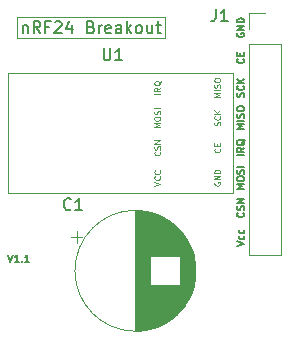
<source format=gto>
%TF.GenerationSoftware,KiCad,Pcbnew,(5.1.9)-1*%
%TF.CreationDate,2021-10-24T01:50:07-04:00*%
%TF.ProjectId,nRF24_Breakout,6e524632-345f-4427-9265-616b6f75742e,1.0*%
%TF.SameCoordinates,Original*%
%TF.FileFunction,Legend,Top*%
%TF.FilePolarity,Positive*%
%FSLAX46Y46*%
G04 Gerber Fmt 4.6, Leading zero omitted, Abs format (unit mm)*
G04 Created by KiCad (PCBNEW (5.1.9)-1) date 2021-10-24 01:50:07*
%MOMM*%
%LPD*%
G01*
G04 APERTURE LIST*
%ADD10C,0.120000*%
%ADD11C,0.150000*%
%ADD12C,0.125000*%
G04 APERTURE END LIST*
D10*
X130924300Y-90271600D02*
X130924300Y-88519000D01*
X143459200Y-90271600D02*
X130924300Y-90271600D01*
X143459200Y-88519000D02*
X143459200Y-90271600D01*
X130911600Y-88519000D02*
X143459200Y-88519000D01*
D11*
X131398095Y-89193714D02*
X131398095Y-89860380D01*
X131398095Y-89288952D02*
X131445714Y-89241333D01*
X131540952Y-89193714D01*
X131683809Y-89193714D01*
X131779047Y-89241333D01*
X131826666Y-89336571D01*
X131826666Y-89860380D01*
X132874285Y-89860380D02*
X132540952Y-89384190D01*
X132302857Y-89860380D02*
X132302857Y-88860380D01*
X132683809Y-88860380D01*
X132779047Y-88908000D01*
X132826666Y-88955619D01*
X132874285Y-89050857D01*
X132874285Y-89193714D01*
X132826666Y-89288952D01*
X132779047Y-89336571D01*
X132683809Y-89384190D01*
X132302857Y-89384190D01*
X133636190Y-89336571D02*
X133302857Y-89336571D01*
X133302857Y-89860380D02*
X133302857Y-88860380D01*
X133779047Y-88860380D01*
X134112380Y-88955619D02*
X134160000Y-88908000D01*
X134255238Y-88860380D01*
X134493333Y-88860380D01*
X134588571Y-88908000D01*
X134636190Y-88955619D01*
X134683809Y-89050857D01*
X134683809Y-89146095D01*
X134636190Y-89288952D01*
X134064761Y-89860380D01*
X134683809Y-89860380D01*
X135540952Y-89193714D02*
X135540952Y-89860380D01*
X135302857Y-88812761D02*
X135064761Y-89527047D01*
X135683809Y-89527047D01*
X137160000Y-89336571D02*
X137302857Y-89384190D01*
X137350476Y-89431809D01*
X137398095Y-89527047D01*
X137398095Y-89669904D01*
X137350476Y-89765142D01*
X137302857Y-89812761D01*
X137207619Y-89860380D01*
X136826666Y-89860380D01*
X136826666Y-88860380D01*
X137160000Y-88860380D01*
X137255238Y-88908000D01*
X137302857Y-88955619D01*
X137350476Y-89050857D01*
X137350476Y-89146095D01*
X137302857Y-89241333D01*
X137255238Y-89288952D01*
X137160000Y-89336571D01*
X136826666Y-89336571D01*
X137826666Y-89860380D02*
X137826666Y-89193714D01*
X137826666Y-89384190D02*
X137874285Y-89288952D01*
X137921904Y-89241333D01*
X138017142Y-89193714D01*
X138112380Y-89193714D01*
X138826666Y-89812761D02*
X138731428Y-89860380D01*
X138540952Y-89860380D01*
X138445714Y-89812761D01*
X138398095Y-89717523D01*
X138398095Y-89336571D01*
X138445714Y-89241333D01*
X138540952Y-89193714D01*
X138731428Y-89193714D01*
X138826666Y-89241333D01*
X138874285Y-89336571D01*
X138874285Y-89431809D01*
X138398095Y-89527047D01*
X139731428Y-89860380D02*
X139731428Y-89336571D01*
X139683809Y-89241333D01*
X139588571Y-89193714D01*
X139398095Y-89193714D01*
X139302857Y-89241333D01*
X139731428Y-89812761D02*
X139636190Y-89860380D01*
X139398095Y-89860380D01*
X139302857Y-89812761D01*
X139255238Y-89717523D01*
X139255238Y-89622285D01*
X139302857Y-89527047D01*
X139398095Y-89479428D01*
X139636190Y-89479428D01*
X139731428Y-89431809D01*
X140207619Y-89860380D02*
X140207619Y-88860380D01*
X140302857Y-89479428D02*
X140588571Y-89860380D01*
X140588571Y-89193714D02*
X140207619Y-89574666D01*
X141160000Y-89860380D02*
X141064761Y-89812761D01*
X141017142Y-89765142D01*
X140969523Y-89669904D01*
X140969523Y-89384190D01*
X141017142Y-89288952D01*
X141064761Y-89241333D01*
X141160000Y-89193714D01*
X141302857Y-89193714D01*
X141398095Y-89241333D01*
X141445714Y-89288952D01*
X141493333Y-89384190D01*
X141493333Y-89669904D01*
X141445714Y-89765142D01*
X141398095Y-89812761D01*
X141302857Y-89860380D01*
X141160000Y-89860380D01*
X142350476Y-89193714D02*
X142350476Y-89860380D01*
X141921904Y-89193714D02*
X141921904Y-89717523D01*
X141969523Y-89812761D01*
X142064761Y-89860380D01*
X142207619Y-89860380D01*
X142302857Y-89812761D01*
X142350476Y-89765142D01*
X142683809Y-89193714D02*
X143064761Y-89193714D01*
X142826666Y-88860380D02*
X142826666Y-89717523D01*
X142874285Y-89812761D01*
X142969523Y-89860380D01*
X143064761Y-89860380D01*
X130149714Y-108637428D02*
X130349714Y-109237428D01*
X130549714Y-108637428D01*
X131064000Y-109237428D02*
X130721142Y-109237428D01*
X130892571Y-109237428D02*
X130892571Y-108637428D01*
X130835428Y-108723142D01*
X130778285Y-108780285D01*
X130721142Y-108808857D01*
X131321142Y-109180285D02*
X131349714Y-109208857D01*
X131321142Y-109237428D01*
X131292571Y-109208857D01*
X131321142Y-109180285D01*
X131321142Y-109237428D01*
X131921142Y-109237428D02*
X131578285Y-109237428D01*
X131749714Y-109237428D02*
X131749714Y-108637428D01*
X131692571Y-108723142D01*
X131635428Y-108780285D01*
X131578285Y-108808857D01*
X149560000Y-89865142D02*
X149531428Y-89922285D01*
X149531428Y-90008000D01*
X149560000Y-90093714D01*
X149617142Y-90150857D01*
X149674285Y-90179428D01*
X149788571Y-90208000D01*
X149874285Y-90208000D01*
X149988571Y-90179428D01*
X150045714Y-90150857D01*
X150102857Y-90093714D01*
X150131428Y-90008000D01*
X150131428Y-89950857D01*
X150102857Y-89865142D01*
X150074285Y-89836571D01*
X149874285Y-89836571D01*
X149874285Y-89950857D01*
X150131428Y-89579428D02*
X149531428Y-89579428D01*
X150131428Y-89236571D01*
X149531428Y-89236571D01*
X150131428Y-88950857D02*
X149531428Y-88950857D01*
X149531428Y-88808000D01*
X149560000Y-88722285D01*
X149617142Y-88665142D01*
X149674285Y-88636571D01*
X149788571Y-88608000D01*
X149874285Y-88608000D01*
X149988571Y-88636571D01*
X150045714Y-88665142D01*
X150102857Y-88722285D01*
X150131428Y-88808000D01*
X150131428Y-88950857D01*
X150074285Y-92033714D02*
X150102857Y-92062285D01*
X150131428Y-92148000D01*
X150131428Y-92205142D01*
X150102857Y-92290857D01*
X150045714Y-92348000D01*
X149988571Y-92376571D01*
X149874285Y-92405142D01*
X149788571Y-92405142D01*
X149674285Y-92376571D01*
X149617142Y-92348000D01*
X149560000Y-92290857D01*
X149531428Y-92205142D01*
X149531428Y-92148000D01*
X149560000Y-92062285D01*
X149588571Y-92033714D01*
X149817142Y-91776571D02*
X149817142Y-91576571D01*
X150131428Y-91490857D02*
X150131428Y-91776571D01*
X149531428Y-91776571D01*
X149531428Y-91490857D01*
X150102857Y-95259428D02*
X150131428Y-95173714D01*
X150131428Y-95030857D01*
X150102857Y-94973714D01*
X150074285Y-94945142D01*
X150017142Y-94916571D01*
X149960000Y-94916571D01*
X149902857Y-94945142D01*
X149874285Y-94973714D01*
X149845714Y-95030857D01*
X149817142Y-95145142D01*
X149788571Y-95202285D01*
X149760000Y-95230857D01*
X149702857Y-95259428D01*
X149645714Y-95259428D01*
X149588571Y-95230857D01*
X149560000Y-95202285D01*
X149531428Y-95145142D01*
X149531428Y-95002285D01*
X149560000Y-94916571D01*
X150074285Y-94316571D02*
X150102857Y-94345142D01*
X150131428Y-94430857D01*
X150131428Y-94488000D01*
X150102857Y-94573714D01*
X150045714Y-94630857D01*
X149988571Y-94659428D01*
X149874285Y-94688000D01*
X149788571Y-94688000D01*
X149674285Y-94659428D01*
X149617142Y-94630857D01*
X149560000Y-94573714D01*
X149531428Y-94488000D01*
X149531428Y-94430857D01*
X149560000Y-94345142D01*
X149588571Y-94316571D01*
X150131428Y-94059428D02*
X149531428Y-94059428D01*
X150131428Y-93716571D02*
X149788571Y-93973714D01*
X149531428Y-93716571D02*
X149874285Y-94059428D01*
X150131428Y-97970857D02*
X149531428Y-97970857D01*
X149960000Y-97770857D01*
X149531428Y-97570857D01*
X150131428Y-97570857D01*
X150131428Y-97285142D02*
X149531428Y-97285142D01*
X150102857Y-97028000D02*
X150131428Y-96942285D01*
X150131428Y-96799428D01*
X150102857Y-96742285D01*
X150074285Y-96713714D01*
X150017142Y-96685142D01*
X149960000Y-96685142D01*
X149902857Y-96713714D01*
X149874285Y-96742285D01*
X149845714Y-96799428D01*
X149817142Y-96913714D01*
X149788571Y-96970857D01*
X149760000Y-96999428D01*
X149702857Y-97028000D01*
X149645714Y-97028000D01*
X149588571Y-96999428D01*
X149560000Y-96970857D01*
X149531428Y-96913714D01*
X149531428Y-96770857D01*
X149560000Y-96685142D01*
X149531428Y-96313714D02*
X149531428Y-96199428D01*
X149560000Y-96142285D01*
X149617142Y-96085142D01*
X149731428Y-96056571D01*
X149931428Y-96056571D01*
X150045714Y-96085142D01*
X150102857Y-96142285D01*
X150131428Y-96199428D01*
X150131428Y-96313714D01*
X150102857Y-96370857D01*
X150045714Y-96428000D01*
X149931428Y-96456571D01*
X149731428Y-96456571D01*
X149617142Y-96428000D01*
X149560000Y-96370857D01*
X149531428Y-96313714D01*
X150131428Y-100182285D02*
X149531428Y-100182285D01*
X150131428Y-99553714D02*
X149845714Y-99753714D01*
X150131428Y-99896571D02*
X149531428Y-99896571D01*
X149531428Y-99668000D01*
X149560000Y-99610857D01*
X149588571Y-99582285D01*
X149645714Y-99553714D01*
X149731428Y-99553714D01*
X149788571Y-99582285D01*
X149817142Y-99610857D01*
X149845714Y-99668000D01*
X149845714Y-99896571D01*
X150188571Y-98896571D02*
X150160000Y-98953714D01*
X150102857Y-99010857D01*
X150017142Y-99096571D01*
X149988571Y-99153714D01*
X149988571Y-99210857D01*
X150131428Y-99182285D02*
X150102857Y-99239428D01*
X150045714Y-99296571D01*
X149931428Y-99325142D01*
X149731428Y-99325142D01*
X149617142Y-99296571D01*
X149560000Y-99239428D01*
X149531428Y-99182285D01*
X149531428Y-99068000D01*
X149560000Y-99010857D01*
X149617142Y-98953714D01*
X149731428Y-98925142D01*
X149931428Y-98925142D01*
X150045714Y-98953714D01*
X150102857Y-99010857D01*
X150131428Y-99068000D01*
X150131428Y-99182285D01*
X149531428Y-107902285D02*
X150131428Y-107702285D01*
X149531428Y-107502285D01*
X150102857Y-107045142D02*
X150131428Y-107102285D01*
X150131428Y-107216571D01*
X150102857Y-107273714D01*
X150074285Y-107302285D01*
X150017142Y-107330857D01*
X149845714Y-107330857D01*
X149788571Y-107302285D01*
X149760000Y-107273714D01*
X149731428Y-107216571D01*
X149731428Y-107102285D01*
X149760000Y-107045142D01*
X150102857Y-106530857D02*
X150131428Y-106588000D01*
X150131428Y-106702285D01*
X150102857Y-106759428D01*
X150074285Y-106788000D01*
X150017142Y-106816571D01*
X149845714Y-106816571D01*
X149788571Y-106788000D01*
X149760000Y-106759428D01*
X149731428Y-106702285D01*
X149731428Y-106588000D01*
X149760000Y-106530857D01*
X150074285Y-105062285D02*
X150102857Y-105090857D01*
X150131428Y-105176571D01*
X150131428Y-105233714D01*
X150102857Y-105319428D01*
X150045714Y-105376571D01*
X149988571Y-105405142D01*
X149874285Y-105433714D01*
X149788571Y-105433714D01*
X149674285Y-105405142D01*
X149617142Y-105376571D01*
X149560000Y-105319428D01*
X149531428Y-105233714D01*
X149531428Y-105176571D01*
X149560000Y-105090857D01*
X149588571Y-105062285D01*
X150102857Y-104833714D02*
X150131428Y-104748000D01*
X150131428Y-104605142D01*
X150102857Y-104548000D01*
X150074285Y-104519428D01*
X150017142Y-104490857D01*
X149960000Y-104490857D01*
X149902857Y-104519428D01*
X149874285Y-104548000D01*
X149845714Y-104605142D01*
X149817142Y-104719428D01*
X149788571Y-104776571D01*
X149760000Y-104805142D01*
X149702857Y-104833714D01*
X149645714Y-104833714D01*
X149588571Y-104805142D01*
X149560000Y-104776571D01*
X149531428Y-104719428D01*
X149531428Y-104576571D01*
X149560000Y-104490857D01*
X150131428Y-104233714D02*
X149531428Y-104233714D01*
X150131428Y-103890857D01*
X149531428Y-103890857D01*
X150131428Y-103050857D02*
X149531428Y-103050857D01*
X149960000Y-102850857D01*
X149531428Y-102650857D01*
X150131428Y-102650857D01*
X149531428Y-102250857D02*
X149531428Y-102136571D01*
X149560000Y-102079428D01*
X149617142Y-102022285D01*
X149731428Y-101993714D01*
X149931428Y-101993714D01*
X150045714Y-102022285D01*
X150102857Y-102079428D01*
X150131428Y-102136571D01*
X150131428Y-102250857D01*
X150102857Y-102308000D01*
X150045714Y-102365142D01*
X149931428Y-102393714D01*
X149731428Y-102393714D01*
X149617142Y-102365142D01*
X149560000Y-102308000D01*
X149531428Y-102250857D01*
X150102857Y-101765142D02*
X150131428Y-101679428D01*
X150131428Y-101536571D01*
X150102857Y-101479428D01*
X150074285Y-101450857D01*
X150017142Y-101422285D01*
X149960000Y-101422285D01*
X149902857Y-101450857D01*
X149874285Y-101479428D01*
X149845714Y-101536571D01*
X149817142Y-101650857D01*
X149788571Y-101708000D01*
X149760000Y-101736571D01*
X149702857Y-101765142D01*
X149645714Y-101765142D01*
X149588571Y-101736571D01*
X149560000Y-101708000D01*
X149531428Y-101650857D01*
X149531428Y-101508000D01*
X149560000Y-101422285D01*
X150131428Y-101165142D02*
X149531428Y-101165142D01*
D10*
%TO.C,J1*%
X150562000Y-88174000D02*
X151892000Y-88174000D01*
X150562000Y-89504000D02*
X150562000Y-88174000D01*
X150562000Y-90774000D02*
X153222000Y-90774000D01*
X153222000Y-90774000D02*
X153222000Y-108614000D01*
X150562000Y-90774000D02*
X150562000Y-108614000D01*
X150562000Y-108614000D02*
X153222000Y-108614000D01*
%TO.C,U1*%
X149158001Y-103378000D02*
X147888001Y-103378000D01*
X147888001Y-93218000D02*
X149158001Y-93218000D01*
X149158001Y-103378000D02*
X149158001Y-93218000D01*
X130108001Y-103378000D02*
X147888001Y-103378000D01*
X130108001Y-93218000D02*
X130108001Y-103378000D01*
X147888001Y-93218000D02*
X130108001Y-93218000D01*
%TO.C,C1*%
X135950354Y-106607000D02*
X135950354Y-107607000D01*
X135450354Y-107107000D02*
X136450354Y-107107000D01*
X146011000Y-109383000D02*
X146011000Y-110581000D01*
X145971000Y-109120000D02*
X145971000Y-110844000D01*
X145931000Y-108920000D02*
X145931000Y-111044000D01*
X145891000Y-108752000D02*
X145891000Y-111212000D01*
X145851000Y-108604000D02*
X145851000Y-111360000D01*
X145811000Y-108472000D02*
X145811000Y-111492000D01*
X145771000Y-108352000D02*
X145771000Y-111612000D01*
X145731000Y-108240000D02*
X145731000Y-111724000D01*
X145691000Y-108136000D02*
X145691000Y-111828000D01*
X145651000Y-108038000D02*
X145651000Y-111926000D01*
X145611000Y-107945000D02*
X145611000Y-112019000D01*
X145571000Y-107857000D02*
X145571000Y-112107000D01*
X145531000Y-107773000D02*
X145531000Y-112191000D01*
X145491000Y-107693000D02*
X145491000Y-112271000D01*
X145451000Y-107617000D02*
X145451000Y-112347000D01*
X145411000Y-107543000D02*
X145411000Y-112421000D01*
X145371000Y-107472000D02*
X145371000Y-112492000D01*
X145331000Y-107403000D02*
X145331000Y-112561000D01*
X145291000Y-107337000D02*
X145291000Y-112627000D01*
X145251000Y-107273000D02*
X145251000Y-112691000D01*
X145211000Y-107212000D02*
X145211000Y-112752000D01*
X145171000Y-107152000D02*
X145171000Y-112812000D01*
X145131000Y-107093000D02*
X145131000Y-112871000D01*
X145091000Y-107037000D02*
X145091000Y-112927000D01*
X145051000Y-106982000D02*
X145051000Y-112982000D01*
X145011000Y-106928000D02*
X145011000Y-113036000D01*
X144971000Y-106876000D02*
X144971000Y-113088000D01*
X144931000Y-106826000D02*
X144931000Y-113138000D01*
X144891000Y-106776000D02*
X144891000Y-113188000D01*
X144851000Y-106728000D02*
X144851000Y-113236000D01*
X144811000Y-106681000D02*
X144811000Y-113283000D01*
X144771000Y-106635000D02*
X144771000Y-113329000D01*
X144731000Y-106590000D02*
X144731000Y-113374000D01*
X144691000Y-106546000D02*
X144691000Y-113418000D01*
X144651000Y-111223000D02*
X144651000Y-113460000D01*
X144651000Y-106504000D02*
X144651000Y-108741000D01*
X144611000Y-111223000D02*
X144611000Y-113502000D01*
X144611000Y-106462000D02*
X144611000Y-108741000D01*
X144571000Y-111223000D02*
X144571000Y-113543000D01*
X144571000Y-106421000D02*
X144571000Y-108741000D01*
X144531000Y-111223000D02*
X144531000Y-113583000D01*
X144531000Y-106381000D02*
X144531000Y-108741000D01*
X144491000Y-111223000D02*
X144491000Y-113622000D01*
X144491000Y-106342000D02*
X144491000Y-108741000D01*
X144451000Y-111223000D02*
X144451000Y-113661000D01*
X144451000Y-106303000D02*
X144451000Y-108741000D01*
X144411000Y-111223000D02*
X144411000Y-113698000D01*
X144411000Y-106266000D02*
X144411000Y-108741000D01*
X144371000Y-111223000D02*
X144371000Y-113735000D01*
X144371000Y-106229000D02*
X144371000Y-108741000D01*
X144331000Y-111223000D02*
X144331000Y-113771000D01*
X144331000Y-106193000D02*
X144331000Y-108741000D01*
X144291000Y-111223000D02*
X144291000Y-113806000D01*
X144291000Y-106158000D02*
X144291000Y-108741000D01*
X144251000Y-111223000D02*
X144251000Y-113840000D01*
X144251000Y-106124000D02*
X144251000Y-108741000D01*
X144211000Y-111223000D02*
X144211000Y-113874000D01*
X144211000Y-106090000D02*
X144211000Y-108741000D01*
X144171000Y-111223000D02*
X144171000Y-113907000D01*
X144171000Y-106057000D02*
X144171000Y-108741000D01*
X144131000Y-111223000D02*
X144131000Y-113939000D01*
X144131000Y-106025000D02*
X144131000Y-108741000D01*
X144091000Y-111223000D02*
X144091000Y-113971000D01*
X144091000Y-105993000D02*
X144091000Y-108741000D01*
X144051000Y-111223000D02*
X144051000Y-114002000D01*
X144051000Y-105962000D02*
X144051000Y-108741000D01*
X144011000Y-111223000D02*
X144011000Y-114032000D01*
X144011000Y-105932000D02*
X144011000Y-108741000D01*
X143971000Y-111223000D02*
X143971000Y-114062000D01*
X143971000Y-105902000D02*
X143971000Y-108741000D01*
X143931000Y-111223000D02*
X143931000Y-114092000D01*
X143931000Y-105872000D02*
X143931000Y-108741000D01*
X143891000Y-111223000D02*
X143891000Y-114120000D01*
X143891000Y-105844000D02*
X143891000Y-108741000D01*
X143851000Y-111223000D02*
X143851000Y-114148000D01*
X143851000Y-105816000D02*
X143851000Y-108741000D01*
X143811000Y-111223000D02*
X143811000Y-114176000D01*
X143811000Y-105788000D02*
X143811000Y-108741000D01*
X143771000Y-111223000D02*
X143771000Y-114203000D01*
X143771000Y-105761000D02*
X143771000Y-108741000D01*
X143731000Y-111223000D02*
X143731000Y-114229000D01*
X143731000Y-105735000D02*
X143731000Y-108741000D01*
X143691000Y-111223000D02*
X143691000Y-114255000D01*
X143691000Y-105709000D02*
X143691000Y-108741000D01*
X143651000Y-111223000D02*
X143651000Y-114280000D01*
X143651000Y-105684000D02*
X143651000Y-108741000D01*
X143611000Y-111223000D02*
X143611000Y-114305000D01*
X143611000Y-105659000D02*
X143611000Y-108741000D01*
X143571000Y-111223000D02*
X143571000Y-114329000D01*
X143571000Y-105635000D02*
X143571000Y-108741000D01*
X143531000Y-111223000D02*
X143531000Y-114353000D01*
X143531000Y-105611000D02*
X143531000Y-108741000D01*
X143491000Y-111223000D02*
X143491000Y-114377000D01*
X143491000Y-105587000D02*
X143491000Y-108741000D01*
X143451000Y-111223000D02*
X143451000Y-114399000D01*
X143451000Y-105565000D02*
X143451000Y-108741000D01*
X143411000Y-111223000D02*
X143411000Y-114422000D01*
X143411000Y-105542000D02*
X143411000Y-108741000D01*
X143371000Y-111223000D02*
X143371000Y-114444000D01*
X143371000Y-105520000D02*
X143371000Y-108741000D01*
X143331000Y-111223000D02*
X143331000Y-114465000D01*
X143331000Y-105499000D02*
X143331000Y-108741000D01*
X143291000Y-111223000D02*
X143291000Y-114486000D01*
X143291000Y-105478000D02*
X143291000Y-108741000D01*
X143251000Y-111223000D02*
X143251000Y-114507000D01*
X143251000Y-105457000D02*
X143251000Y-108741000D01*
X143211000Y-111223000D02*
X143211000Y-114527000D01*
X143211000Y-105437000D02*
X143211000Y-108741000D01*
X143171000Y-111223000D02*
X143171000Y-114546000D01*
X143171000Y-105418000D02*
X143171000Y-108741000D01*
X143131000Y-111223000D02*
X143131000Y-114566000D01*
X143131000Y-105398000D02*
X143131000Y-108741000D01*
X143091000Y-111223000D02*
X143091000Y-114585000D01*
X143091000Y-105379000D02*
X143091000Y-108741000D01*
X143051000Y-111223000D02*
X143051000Y-114603000D01*
X143051000Y-105361000D02*
X143051000Y-108741000D01*
X143011000Y-111223000D02*
X143011000Y-114621000D01*
X143011000Y-105343000D02*
X143011000Y-108741000D01*
X142971000Y-111223000D02*
X142971000Y-114639000D01*
X142971000Y-105325000D02*
X142971000Y-108741000D01*
X142931000Y-111223000D02*
X142931000Y-114656000D01*
X142931000Y-105308000D02*
X142931000Y-108741000D01*
X142891000Y-111223000D02*
X142891000Y-114672000D01*
X142891000Y-105292000D02*
X142891000Y-108741000D01*
X142851000Y-111223000D02*
X142851000Y-114689000D01*
X142851000Y-105275000D02*
X142851000Y-108741000D01*
X142811000Y-111223000D02*
X142811000Y-114705000D01*
X142811000Y-105259000D02*
X142811000Y-108741000D01*
X142771000Y-111223000D02*
X142771000Y-114720000D01*
X142771000Y-105244000D02*
X142771000Y-108741000D01*
X142731000Y-111223000D02*
X142731000Y-114736000D01*
X142731000Y-105228000D02*
X142731000Y-108741000D01*
X142691000Y-111223000D02*
X142691000Y-114750000D01*
X142691000Y-105214000D02*
X142691000Y-108741000D01*
X142651000Y-111223000D02*
X142651000Y-114765000D01*
X142651000Y-105199000D02*
X142651000Y-108741000D01*
X142611000Y-111223000D02*
X142611000Y-114779000D01*
X142611000Y-105185000D02*
X142611000Y-108741000D01*
X142571000Y-111223000D02*
X142571000Y-114793000D01*
X142571000Y-105171000D02*
X142571000Y-108741000D01*
X142531000Y-111223000D02*
X142531000Y-114806000D01*
X142531000Y-105158000D02*
X142531000Y-108741000D01*
X142491000Y-111223000D02*
X142491000Y-114819000D01*
X142491000Y-105145000D02*
X142491000Y-108741000D01*
X142451000Y-111223000D02*
X142451000Y-114832000D01*
X142451000Y-105132000D02*
X142451000Y-108741000D01*
X142411000Y-111223000D02*
X142411000Y-114844000D01*
X142411000Y-105120000D02*
X142411000Y-108741000D01*
X142371000Y-111223000D02*
X142371000Y-114856000D01*
X142371000Y-105108000D02*
X142371000Y-108741000D01*
X142331000Y-111223000D02*
X142331000Y-114867000D01*
X142331000Y-105097000D02*
X142331000Y-108741000D01*
X142291000Y-111223000D02*
X142291000Y-114879000D01*
X142291000Y-105085000D02*
X142291000Y-108741000D01*
X142251000Y-111223000D02*
X142251000Y-114889000D01*
X142251000Y-105075000D02*
X142251000Y-108741000D01*
X142211000Y-111223000D02*
X142211000Y-114900000D01*
X142211000Y-105064000D02*
X142211000Y-108741000D01*
X142171000Y-105054000D02*
X142171000Y-114910000D01*
X142131000Y-105044000D02*
X142131000Y-114920000D01*
X142091000Y-105035000D02*
X142091000Y-114929000D01*
X142051000Y-105026000D02*
X142051000Y-114938000D01*
X142011000Y-105017000D02*
X142011000Y-114947000D01*
X141971000Y-105008000D02*
X141971000Y-114956000D01*
X141931000Y-105000000D02*
X141931000Y-114964000D01*
X141891000Y-104992000D02*
X141891000Y-114972000D01*
X141851000Y-104985000D02*
X141851000Y-114979000D01*
X141811000Y-104978000D02*
X141811000Y-114986000D01*
X141771000Y-104971000D02*
X141771000Y-114993000D01*
X141731000Y-104964000D02*
X141731000Y-115000000D01*
X141691000Y-104958000D02*
X141691000Y-115006000D01*
X141651000Y-104952000D02*
X141651000Y-115012000D01*
X141610000Y-104947000D02*
X141610000Y-115017000D01*
X141570000Y-104942000D02*
X141570000Y-115022000D01*
X141530000Y-104937000D02*
X141530000Y-115027000D01*
X141490000Y-104932000D02*
X141490000Y-115032000D01*
X141450000Y-104928000D02*
X141450000Y-115036000D01*
X141410000Y-104924000D02*
X141410000Y-115040000D01*
X141370000Y-104920000D02*
X141370000Y-115044000D01*
X141330000Y-104917000D02*
X141330000Y-115047000D01*
X141290000Y-104914000D02*
X141290000Y-115050000D01*
X141250000Y-104912000D02*
X141250000Y-115052000D01*
X141210000Y-104909000D02*
X141210000Y-115055000D01*
X141170000Y-104907000D02*
X141170000Y-115057000D01*
X141130000Y-104905000D02*
X141130000Y-115059000D01*
X141090000Y-104904000D02*
X141090000Y-115060000D01*
X141050000Y-104903000D02*
X141050000Y-115061000D01*
X141010000Y-104902000D02*
X141010000Y-115062000D01*
X140970000Y-104902000D02*
X140970000Y-115062000D01*
X140930000Y-104902000D02*
X140930000Y-115062000D01*
X146050000Y-109982000D02*
G75*
G03*
X146050000Y-109982000I-5120000J0D01*
G01*
%TO.C,J1*%
D11*
X147748666Y-87844380D02*
X147748666Y-88558666D01*
X147701047Y-88701523D01*
X147605809Y-88796761D01*
X147462952Y-88844380D01*
X147367714Y-88844380D01*
X148748666Y-88844380D02*
X148177238Y-88844380D01*
X148462952Y-88844380D02*
X148462952Y-87844380D01*
X148367714Y-87987238D01*
X148272476Y-88082476D01*
X148177238Y-88130095D01*
%TO.C,U1*%
X138236096Y-91146380D02*
X138236096Y-91955904D01*
X138283715Y-92051142D01*
X138331334Y-92098761D01*
X138426572Y-92146380D01*
X138617048Y-92146380D01*
X138712286Y-92098761D01*
X138759905Y-92051142D01*
X138807524Y-91955904D01*
X138807524Y-91146380D01*
X139807524Y-92146380D02*
X139236096Y-92146380D01*
X139521810Y-92146380D02*
X139521810Y-91146380D01*
X139426572Y-91289238D01*
X139331334Y-91384476D01*
X139236096Y-91432095D01*
D12*
X147638001Y-102488952D02*
X147614191Y-102536571D01*
X147614191Y-102608000D01*
X147638001Y-102679428D01*
X147685620Y-102727047D01*
X147733239Y-102750857D01*
X147828477Y-102774666D01*
X147899905Y-102774666D01*
X147995143Y-102750857D01*
X148042762Y-102727047D01*
X148090381Y-102679428D01*
X148114191Y-102608000D01*
X148114191Y-102560380D01*
X148090381Y-102488952D01*
X148066572Y-102465142D01*
X147899905Y-102465142D01*
X147899905Y-102560380D01*
X148114191Y-102250857D02*
X147614191Y-102250857D01*
X148114191Y-101965142D01*
X147614191Y-101965142D01*
X148114191Y-101727047D02*
X147614191Y-101727047D01*
X147614191Y-101608000D01*
X147638001Y-101536571D01*
X147685620Y-101488952D01*
X147733239Y-101465142D01*
X147828477Y-101441333D01*
X147899905Y-101441333D01*
X147995143Y-101465142D01*
X148042762Y-101488952D01*
X148090381Y-101536571D01*
X148114191Y-101608000D01*
X148114191Y-101727047D01*
X148066572Y-99639428D02*
X148090381Y-99663238D01*
X148114191Y-99734666D01*
X148114191Y-99782285D01*
X148090381Y-99853714D01*
X148042762Y-99901333D01*
X147995143Y-99925142D01*
X147899905Y-99948952D01*
X147828477Y-99948952D01*
X147733239Y-99925142D01*
X147685620Y-99901333D01*
X147638001Y-99853714D01*
X147614191Y-99782285D01*
X147614191Y-99734666D01*
X147638001Y-99663238D01*
X147661810Y-99639428D01*
X147852286Y-99425142D02*
X147852286Y-99258476D01*
X148114191Y-99187047D02*
X148114191Y-99425142D01*
X147614191Y-99425142D01*
X147614191Y-99187047D01*
X148090381Y-97670857D02*
X148114191Y-97599428D01*
X148114191Y-97480380D01*
X148090381Y-97432761D01*
X148066572Y-97408952D01*
X148018953Y-97385142D01*
X147971334Y-97385142D01*
X147923715Y-97408952D01*
X147899905Y-97432761D01*
X147876096Y-97480380D01*
X147852286Y-97575619D01*
X147828477Y-97623238D01*
X147804667Y-97647047D01*
X147757048Y-97670857D01*
X147709429Y-97670857D01*
X147661810Y-97647047D01*
X147638001Y-97623238D01*
X147614191Y-97575619D01*
X147614191Y-97456571D01*
X147638001Y-97385142D01*
X148066572Y-96885142D02*
X148090381Y-96908952D01*
X148114191Y-96980380D01*
X148114191Y-97028000D01*
X148090381Y-97099428D01*
X148042762Y-97147047D01*
X147995143Y-97170857D01*
X147899905Y-97194666D01*
X147828477Y-97194666D01*
X147733239Y-97170857D01*
X147685620Y-97147047D01*
X147638001Y-97099428D01*
X147614191Y-97028000D01*
X147614191Y-96980380D01*
X147638001Y-96908952D01*
X147661810Y-96885142D01*
X148114191Y-96670857D02*
X147614191Y-96670857D01*
X148114191Y-96385142D02*
X147828477Y-96599428D01*
X147614191Y-96385142D02*
X147899905Y-96670857D01*
X148114191Y-95273714D02*
X147614191Y-95273714D01*
X147971334Y-95107047D01*
X147614191Y-94940380D01*
X148114191Y-94940380D01*
X148114191Y-94702285D02*
X147614191Y-94702285D01*
X148090381Y-94488000D02*
X148114191Y-94416571D01*
X148114191Y-94297523D01*
X148090381Y-94249904D01*
X148066572Y-94226095D01*
X148018953Y-94202285D01*
X147971334Y-94202285D01*
X147923715Y-94226095D01*
X147899905Y-94249904D01*
X147876096Y-94297523D01*
X147852286Y-94392761D01*
X147828477Y-94440380D01*
X147804667Y-94464190D01*
X147757048Y-94488000D01*
X147709429Y-94488000D01*
X147661810Y-94464190D01*
X147638001Y-94440380D01*
X147614191Y-94392761D01*
X147614191Y-94273714D01*
X147638001Y-94202285D01*
X147614191Y-93892761D02*
X147614191Y-93797523D01*
X147638001Y-93749904D01*
X147685620Y-93702285D01*
X147780858Y-93678476D01*
X147947524Y-93678476D01*
X148042762Y-93702285D01*
X148090381Y-93749904D01*
X148114191Y-93797523D01*
X148114191Y-93892761D01*
X148090381Y-93940380D01*
X148042762Y-93988000D01*
X147947524Y-94011809D01*
X147780858Y-94011809D01*
X147685620Y-93988000D01*
X147638001Y-93940380D01*
X147614191Y-93892761D01*
X143034191Y-94999904D02*
X142534191Y-94999904D01*
X143034191Y-94476095D02*
X142796096Y-94642761D01*
X143034191Y-94761809D02*
X142534191Y-94761809D01*
X142534191Y-94571333D01*
X142558001Y-94523714D01*
X142581810Y-94499904D01*
X142629429Y-94476095D01*
X142700858Y-94476095D01*
X142748477Y-94499904D01*
X142772286Y-94523714D01*
X142796096Y-94571333D01*
X142796096Y-94761809D01*
X143081810Y-93928476D02*
X143058001Y-93976095D01*
X143010381Y-94023714D01*
X142938953Y-94095142D01*
X142915143Y-94142761D01*
X142915143Y-94190380D01*
X143034191Y-94166571D02*
X143010381Y-94214190D01*
X142962762Y-94261809D01*
X142867524Y-94285619D01*
X142700858Y-94285619D01*
X142605620Y-94261809D01*
X142558001Y-94214190D01*
X142534191Y-94166571D01*
X142534191Y-94071333D01*
X142558001Y-94023714D01*
X142605620Y-93976095D01*
X142700858Y-93952285D01*
X142867524Y-93952285D01*
X142962762Y-93976095D01*
X143010381Y-94023714D01*
X143034191Y-94071333D01*
X143034191Y-94166571D01*
X143034191Y-97813714D02*
X142534191Y-97813714D01*
X142891334Y-97647047D01*
X142534191Y-97480380D01*
X143034191Y-97480380D01*
X142534191Y-97147047D02*
X142534191Y-97051809D01*
X142558001Y-97004190D01*
X142605620Y-96956571D01*
X142700858Y-96932761D01*
X142867524Y-96932761D01*
X142962762Y-96956571D01*
X143010381Y-97004190D01*
X143034191Y-97051809D01*
X143034191Y-97147047D01*
X143010381Y-97194666D01*
X142962762Y-97242285D01*
X142867524Y-97266095D01*
X142700858Y-97266095D01*
X142605620Y-97242285D01*
X142558001Y-97194666D01*
X142534191Y-97147047D01*
X143010381Y-96742285D02*
X143034191Y-96670857D01*
X143034191Y-96551809D01*
X143010381Y-96504190D01*
X142986572Y-96480380D01*
X142938953Y-96456571D01*
X142891334Y-96456571D01*
X142843715Y-96480380D01*
X142819905Y-96504190D01*
X142796096Y-96551809D01*
X142772286Y-96647047D01*
X142748477Y-96694666D01*
X142724667Y-96718476D01*
X142677048Y-96742285D01*
X142629429Y-96742285D01*
X142581810Y-96718476D01*
X142558001Y-96694666D01*
X142534191Y-96647047D01*
X142534191Y-96528000D01*
X142558001Y-96456571D01*
X143034191Y-96242285D02*
X142534191Y-96242285D01*
X142986572Y-99913238D02*
X143010381Y-99937047D01*
X143034191Y-100008476D01*
X143034191Y-100056095D01*
X143010381Y-100127523D01*
X142962762Y-100175142D01*
X142915143Y-100198952D01*
X142819905Y-100222761D01*
X142748477Y-100222761D01*
X142653239Y-100198952D01*
X142605620Y-100175142D01*
X142558001Y-100127523D01*
X142534191Y-100056095D01*
X142534191Y-100008476D01*
X142558001Y-99937047D01*
X142581810Y-99913238D01*
X143010381Y-99722761D02*
X143034191Y-99651333D01*
X143034191Y-99532285D01*
X143010381Y-99484666D01*
X142986572Y-99460857D01*
X142938953Y-99437047D01*
X142891334Y-99437047D01*
X142843715Y-99460857D01*
X142819905Y-99484666D01*
X142796096Y-99532285D01*
X142772286Y-99627523D01*
X142748477Y-99675142D01*
X142724667Y-99698952D01*
X142677048Y-99722761D01*
X142629429Y-99722761D01*
X142581810Y-99698952D01*
X142558001Y-99675142D01*
X142534191Y-99627523D01*
X142534191Y-99508476D01*
X142558001Y-99437047D01*
X143034191Y-99222761D02*
X142534191Y-99222761D01*
X143034191Y-98937047D01*
X142534191Y-98937047D01*
X142534191Y-102774666D02*
X143034191Y-102608000D01*
X142534191Y-102441333D01*
X142986572Y-101988952D02*
X143010381Y-102012761D01*
X143034191Y-102084190D01*
X143034191Y-102131809D01*
X143010381Y-102203238D01*
X142962762Y-102250857D01*
X142915143Y-102274666D01*
X142819905Y-102298476D01*
X142748477Y-102298476D01*
X142653239Y-102274666D01*
X142605620Y-102250857D01*
X142558001Y-102203238D01*
X142534191Y-102131809D01*
X142534191Y-102084190D01*
X142558001Y-102012761D01*
X142581810Y-101988952D01*
X142986572Y-101488952D02*
X143010381Y-101512761D01*
X143034191Y-101584190D01*
X143034191Y-101631809D01*
X143010381Y-101703238D01*
X142962762Y-101750857D01*
X142915143Y-101774666D01*
X142819905Y-101798476D01*
X142748477Y-101798476D01*
X142653239Y-101774666D01*
X142605620Y-101750857D01*
X142558001Y-101703238D01*
X142534191Y-101631809D01*
X142534191Y-101584190D01*
X142558001Y-101512761D01*
X142581810Y-101488952D01*
%TO.C,C1*%
D11*
X135469333Y-104751142D02*
X135421714Y-104798761D01*
X135278857Y-104846380D01*
X135183619Y-104846380D01*
X135040761Y-104798761D01*
X134945523Y-104703523D01*
X134897904Y-104608285D01*
X134850285Y-104417809D01*
X134850285Y-104274952D01*
X134897904Y-104084476D01*
X134945523Y-103989238D01*
X135040761Y-103894000D01*
X135183619Y-103846380D01*
X135278857Y-103846380D01*
X135421714Y-103894000D01*
X135469333Y-103941619D01*
X136421714Y-104846380D02*
X135850285Y-104846380D01*
X136136000Y-104846380D02*
X136136000Y-103846380D01*
X136040761Y-103989238D01*
X135945523Y-104084476D01*
X135850285Y-104132095D01*
%TD*%
M02*

</source>
